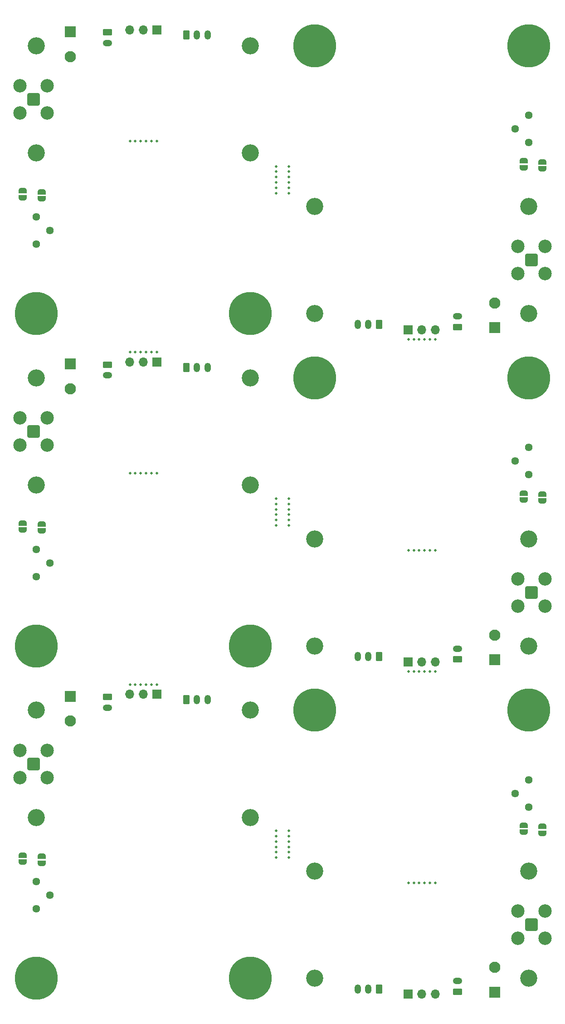
<source format=gbs>
G04 #@! TF.GenerationSoftware,KiCad,Pcbnew,7.0.5-7.0.5~ubuntu22.04.1*
G04 #@! TF.CreationDate,2023-06-19T14:44:07+01:00*
G04 #@! TF.ProjectId,panel,70616e65-6c2e-46b6-9963-61645f706362,v01*
G04 #@! TF.SameCoordinates,Original*
G04 #@! TF.FileFunction,Soldermask,Bot*
G04 #@! TF.FilePolarity,Negative*
%FSLAX46Y46*%
G04 Gerber Fmt 4.6, Leading zero omitted, Abs format (unit mm)*
G04 Created by KiCad (PCBNEW 7.0.5-7.0.5~ubuntu22.04.1) date 2023-06-19 14:44:07*
%MOMM*%
%LPD*%
G01*
G04 APERTURE LIST*
G04 Aperture macros list*
%AMRoundRect*
0 Rectangle with rounded corners*
0 $1 Rounding radius*
0 $2 $3 $4 $5 $6 $7 $8 $9 X,Y pos of 4 corners*
0 Add a 4 corners polygon primitive as box body*
4,1,4,$2,$3,$4,$5,$6,$7,$8,$9,$2,$3,0*
0 Add four circle primitives for the rounded corners*
1,1,$1+$1,$2,$3*
1,1,$1+$1,$4,$5*
1,1,$1+$1,$6,$7*
1,1,$1+$1,$8,$9*
0 Add four rect primitives between the rounded corners*
20,1,$1+$1,$2,$3,$4,$5,0*
20,1,$1+$1,$4,$5,$6,$7,0*
20,1,$1+$1,$6,$7,$8,$9,0*
20,1,$1+$1,$8,$9,$2,$3,0*%
%AMFreePoly0*
4,1,19,0.500000,-0.750000,0.000000,-0.750000,0.000000,-0.744911,-0.071157,-0.744911,-0.207708,-0.704816,-0.327430,-0.627875,-0.420627,-0.520320,-0.479746,-0.390866,-0.500000,-0.250000,-0.500000,0.250000,-0.479746,0.390866,-0.420627,0.520320,-0.327430,0.627875,-0.207708,0.704816,-0.071157,0.744911,0.000000,0.744911,0.000000,0.750000,0.500000,0.750000,0.500000,-0.750000,0.500000,-0.750000,
$1*%
%AMFreePoly1*
4,1,19,0.000000,0.744911,0.071157,0.744911,0.207708,0.704816,0.327430,0.627875,0.420627,0.520320,0.479746,0.390866,0.500000,0.250000,0.500000,-0.250000,0.479746,-0.390866,0.420627,-0.520320,0.327430,-0.627875,0.207708,-0.704816,0.071157,-0.744911,0.000000,-0.744911,0.000000,-0.750000,-0.500000,-0.750000,-0.500000,0.750000,0.000000,0.750000,0.000000,0.744911,0.000000,0.744911,
$1*%
G04 Aperture macros list end*
%ADD10RoundRect,0.200100X0.949900X-0.949900X0.949900X0.949900X-0.949900X0.949900X-0.949900X-0.949900X0*%
%ADD11C,2.500000*%
%ADD12C,3.200000*%
%ADD13C,0.500000*%
%ADD14C,8.000000*%
%ADD15C,1.440000*%
%ADD16RoundRect,0.250001X0.799999X-0.799999X0.799999X0.799999X-0.799999X0.799999X-0.799999X-0.799999X0*%
%ADD17C,2.100000*%
%ADD18R,1.700000X1.700000*%
%ADD19O,1.700000X1.700000*%
%ADD20RoundRect,0.200100X-0.949900X0.949900X-0.949900X-0.949900X0.949900X-0.949900X0.949900X0.949900X0*%
%ADD21RoundRect,0.250000X0.625000X-0.350000X0.625000X0.350000X-0.625000X0.350000X-0.625000X-0.350000X0*%
%ADD22O,1.750000X1.200000*%
%ADD23RoundRect,0.250000X0.350000X0.625000X-0.350000X0.625000X-0.350000X-0.625000X0.350000X-0.625000X0*%
%ADD24O,1.200000X1.750000*%
%ADD25RoundRect,0.250000X-0.350000X-0.625000X0.350000X-0.625000X0.350000X0.625000X-0.350000X0.625000X0*%
%ADD26RoundRect,0.250000X-0.625000X0.350000X-0.625000X-0.350000X0.625000X-0.350000X0.625000X0.350000X0*%
%ADD27RoundRect,0.250001X-0.799999X0.799999X-0.799999X-0.799999X0.799999X-0.799999X0.799999X0.799999X0*%
%ADD28FreePoly0,270.000000*%
%ADD29FreePoly1,270.000000*%
%ADD30FreePoly0,90.000000*%
%ADD31FreePoly1,90.000000*%
G04 APERTURE END LIST*
D10*
G04 #@! TO.C,J5*
X4540000Y-77000000D03*
D11*
X2000000Y-79540000D03*
X7080000Y-79540000D03*
X2000000Y-74460000D03*
X7080000Y-74460000D03*
G04 #@! TD*
D12*
G04 #@! TO.C,H4*
X5000000Y-25000000D03*
G04 #@! TD*
D13*
G04 #@! TO.C,J2*
X97000000Y-69400000D03*
X94400000Y-67000000D03*
D14*
X97000000Y-67000000D03*
D13*
X99400000Y-67000000D03*
X97000000Y-64600000D03*
G04 #@! TD*
G04 #@! TO.C,J1*
X57000000Y-131400000D03*
X54400000Y-129000000D03*
D14*
X57000000Y-129000000D03*
D13*
X59400000Y-129000000D03*
X57000000Y-126600000D03*
G04 #@! TD*
D15*
G04 #@! TO.C,RV1*
X5000000Y-42040000D03*
X7540000Y-39500000D03*
X5000000Y-36960000D03*
G04 #@! TD*
D12*
G04 #@! TO.C,H1*
X97000000Y-117000000D03*
G04 #@! TD*
D13*
G04 #@! TO.C,REF\u002A\u002A*
X79500000Y-99200000D03*
G04 #@! TD*
G04 #@! TO.C,REF\u002A\u002A*
X25500000Y-124200000D03*
G04 #@! TD*
G04 #@! TO.C,REF\u002A\u002A*
X52200000Y-155500000D03*
G04 #@! TD*
G04 #@! TO.C,J2*
X5000000Y-52600000D03*
X7600000Y-55000000D03*
D14*
X5000000Y-55000000D03*
D13*
X2600000Y-55000000D03*
X5000000Y-57400000D03*
G04 #@! TD*
D12*
G04 #@! TO.C,H3*
X45000000Y-149000000D03*
G04 #@! TD*
D13*
G04 #@! TO.C,REF\u002A\u002A*
X74500000Y-121800000D03*
G04 #@! TD*
G04 #@! TO.C,REF\u002A\u002A*
X78500000Y-121800000D03*
G04 #@! TD*
G04 #@! TO.C,REF\u002A\u002A*
X25500000Y-22800000D03*
G04 #@! TD*
G04 #@! TO.C,REF\u002A\u002A*
X49800000Y-90500000D03*
G04 #@! TD*
D16*
G04 #@! TO.C,J4*
X90600000Y-57600001D03*
D17*
X90600000Y-53000001D03*
G04 #@! TD*
D13*
G04 #@! TO.C,REF\u002A\u002A*
X76500000Y-121800000D03*
G04 #@! TD*
G04 #@! TO.C,REF\u002A\u002A*
X22500000Y-62200000D03*
G04 #@! TD*
D12*
G04 #@! TO.C,H3*
X57000000Y-159000000D03*
G04 #@! TD*
D13*
G04 #@! TO.C,REF\u002A\u002A*
X75500000Y-161200000D03*
G04 #@! TD*
G04 #@! TO.C,REF\u002A\u002A*
X75500000Y-59800000D03*
G04 #@! TD*
D12*
G04 #@! TO.C,H3*
X57000000Y-97000000D03*
G04 #@! TD*
G04 #@! TO.C,H1*
X97000000Y-179000000D03*
G04 #@! TD*
D13*
G04 #@! TO.C,REF\u002A\u002A*
X74500000Y-59800000D03*
G04 #@! TD*
G04 #@! TO.C,REF\u002A\u002A*
X52200000Y-89500000D03*
G04 #@! TD*
D12*
G04 #@! TO.C,H4*
X5000000Y-87000000D03*
G04 #@! TD*
D13*
G04 #@! TO.C,REF\u002A\u002A*
X49800000Y-89500000D03*
G04 #@! TD*
D18*
G04 #@! TO.C,J3*
X27540000Y-126025000D03*
D19*
X25000000Y-126025000D03*
X22460000Y-126025000D03*
G04 #@! TD*
D12*
G04 #@! TO.C,H1*
X97000000Y-55000000D03*
G04 #@! TD*
D13*
G04 #@! TO.C,REF\u002A\u002A*
X49800000Y-154500000D03*
G04 #@! TD*
G04 #@! TO.C,REF\u002A\u002A*
X52200000Y-92500000D03*
G04 #@! TD*
D18*
G04 #@! TO.C,J3*
X74460000Y-119975000D03*
D19*
X77000000Y-119975000D03*
X79540000Y-119975000D03*
G04 #@! TD*
D13*
G04 #@! TO.C,REF\u002A\u002A*
X77500000Y-99200000D03*
G04 #@! TD*
D12*
G04 #@! TO.C,H3*
X45000000Y-87000000D03*
G04 #@! TD*
D13*
G04 #@! TO.C,REF\u002A\u002A*
X76500000Y-59800000D03*
G04 #@! TD*
D15*
G04 #@! TO.C,RV1*
X97000000Y-79960000D03*
X94460000Y-82500000D03*
X97000000Y-85040000D03*
G04 #@! TD*
D13*
G04 #@! TO.C,REF\u002A\u002A*
X27500000Y-124200000D03*
G04 #@! TD*
G04 #@! TO.C,REF\u002A\u002A*
X76500000Y-99200000D03*
G04 #@! TD*
D20*
G04 #@! TO.C,J5*
X97460000Y-45000000D03*
D11*
X100000000Y-42460000D03*
X94920000Y-42460000D03*
X100000000Y-47540000D03*
X94920000Y-47540000D03*
G04 #@! TD*
D13*
G04 #@! TO.C,REF\u002A\u002A*
X24500000Y-124200000D03*
G04 #@! TD*
G04 #@! TO.C,J2*
X97000000Y-7400000D03*
X94400000Y-5000000D03*
D14*
X97000000Y-5000000D03*
D13*
X99400000Y-5000000D03*
X97000000Y-2600000D03*
G04 #@! TD*
G04 #@! TO.C,REF\u002A\u002A*
X52200000Y-94500000D03*
G04 #@! TD*
D12*
G04 #@! TO.C,H3*
X57000000Y-35000000D03*
G04 #@! TD*
D21*
G04 #@! TO.C,J6*
X83700000Y-57500000D03*
D22*
X83700000Y-55500000D03*
G04 #@! TD*
D13*
G04 #@! TO.C,REF\u002A\u002A*
X26500000Y-84800000D03*
G04 #@! TD*
D23*
G04 #@! TO.C,J7*
X69000000Y-181000000D03*
D24*
X67000000Y-181000000D03*
X65000000Y-181000000D03*
G04 #@! TD*
D13*
G04 #@! TO.C,REF\u002A\u002A*
X27500000Y-62200000D03*
G04 #@! TD*
G04 #@! TO.C,REF\u002A\u002A*
X52200000Y-31500000D03*
G04 #@! TD*
G04 #@! TO.C,J1*
X57000000Y-69400000D03*
X54400000Y-67000000D03*
D14*
X57000000Y-67000000D03*
D13*
X59400000Y-67000000D03*
X57000000Y-64600000D03*
G04 #@! TD*
D12*
G04 #@! TO.C,H4*
X97000000Y-159000000D03*
G04 #@! TD*
G04 #@! TO.C,H4*
X5000000Y-149000000D03*
G04 #@! TD*
D13*
G04 #@! TO.C,REF\u002A\u002A*
X49800000Y-92500000D03*
G04 #@! TD*
G04 #@! TO.C,REF\u002A\u002A*
X77500000Y-121800000D03*
G04 #@! TD*
G04 #@! TO.C,REF\u002A\u002A*
X49800000Y-93500000D03*
G04 #@! TD*
D21*
G04 #@! TO.C,J6*
X83700000Y-181500000D03*
D22*
X83700000Y-179500000D03*
G04 #@! TD*
D13*
G04 #@! TO.C,REF\u002A\u002A*
X74500000Y-99200000D03*
G04 #@! TD*
G04 #@! TO.C,REF\u002A\u002A*
X52200000Y-29500000D03*
G04 #@! TD*
G04 #@! TO.C,REF\u002A\u002A*
X23500000Y-124200000D03*
G04 #@! TD*
D23*
G04 #@! TO.C,J7*
X69000000Y-57000000D03*
D24*
X67000000Y-57000000D03*
X65000000Y-57000000D03*
G04 #@! TD*
D12*
G04 #@! TO.C,H2*
X45000000Y-129000000D03*
G04 #@! TD*
D13*
G04 #@! TO.C,REF\u002A\u002A*
X49800000Y-31500000D03*
G04 #@! TD*
G04 #@! TO.C,J2*
X5000000Y-114600000D03*
X7600000Y-117000000D03*
D14*
X5000000Y-117000000D03*
D13*
X2600000Y-117000000D03*
X5000000Y-119400000D03*
G04 #@! TD*
G04 #@! TO.C,REF\u002A\u002A*
X52200000Y-90500000D03*
G04 #@! TD*
G04 #@! TO.C,REF\u002A\u002A*
X52200000Y-91500000D03*
G04 #@! TD*
D12*
G04 #@! TO.C,H1*
X5000000Y-5000000D03*
G04 #@! TD*
G04 #@! TO.C,H2*
X45000000Y-5000000D03*
G04 #@! TD*
D18*
G04 #@! TO.C,J3*
X27540000Y-2025000D03*
D19*
X25000000Y-2025000D03*
X22460000Y-2025000D03*
G04 #@! TD*
D13*
G04 #@! TO.C,REF\u002A\u002A*
X49800000Y-30500000D03*
G04 #@! TD*
G04 #@! TO.C,J1*
X45000000Y-114600000D03*
X47600000Y-117000000D03*
D14*
X45000000Y-117000000D03*
D13*
X42600000Y-117000000D03*
X45000000Y-119400000D03*
G04 #@! TD*
D21*
G04 #@! TO.C,J6*
X83700000Y-119500000D03*
D22*
X83700000Y-117500000D03*
G04 #@! TD*
D16*
G04 #@! TO.C,J4*
X90600000Y-119600001D03*
D17*
X90600000Y-115000001D03*
G04 #@! TD*
D13*
G04 #@! TO.C,REF\u002A\u002A*
X26500000Y-124200000D03*
G04 #@! TD*
G04 #@! TO.C,J1*
X57000000Y-7400000D03*
X54400000Y-5000000D03*
D14*
X57000000Y-5000000D03*
D13*
X59400000Y-5000000D03*
X57000000Y-2600000D03*
G04 #@! TD*
D12*
G04 #@! TO.C,H2*
X57000000Y-179000000D03*
G04 #@! TD*
D13*
G04 #@! TO.C,REF\u002A\u002A*
X78500000Y-59800000D03*
G04 #@! TD*
D25*
G04 #@! TO.C,J7*
X33000000Y-65000000D03*
D24*
X35000000Y-65000000D03*
X37000000Y-65000000D03*
G04 #@! TD*
D13*
G04 #@! TO.C,REF\u002A\u002A*
X52200000Y-27500000D03*
G04 #@! TD*
G04 #@! TO.C,REF\u002A\u002A*
X49800000Y-32500000D03*
G04 #@! TD*
D12*
G04 #@! TO.C,H2*
X57000000Y-117000000D03*
G04 #@! TD*
D13*
G04 #@! TO.C,REF\u002A\u002A*
X52200000Y-32500000D03*
G04 #@! TD*
G04 #@! TO.C,REF\u002A\u002A*
X25500000Y-84800000D03*
G04 #@! TD*
G04 #@! TO.C,REF\u002A\u002A*
X52200000Y-154500000D03*
G04 #@! TD*
D12*
G04 #@! TO.C,H1*
X5000000Y-67000000D03*
G04 #@! TD*
D13*
G04 #@! TO.C,REF\u002A\u002A*
X49800000Y-151500000D03*
G04 #@! TD*
G04 #@! TO.C,REF\u002A\u002A*
X25500000Y-62200000D03*
G04 #@! TD*
D26*
G04 #@! TO.C,J6*
X18300000Y-64500000D03*
D22*
X18300000Y-66500000D03*
G04 #@! TD*
D12*
G04 #@! TO.C,H4*
X97000000Y-35000000D03*
G04 #@! TD*
D27*
G04 #@! TO.C,J4*
X11400000Y-126399999D03*
D17*
X11400000Y-130999999D03*
G04 #@! TD*
D13*
G04 #@! TO.C,REF\u002A\u002A*
X49800000Y-156500000D03*
G04 #@! TD*
D18*
G04 #@! TO.C,J3*
X74460000Y-181975000D03*
D19*
X77000000Y-181975000D03*
X79540000Y-181975000D03*
G04 #@! TD*
D13*
G04 #@! TO.C,REF\u002A\u002A*
X49800000Y-94500000D03*
G04 #@! TD*
G04 #@! TO.C,J2*
X97000000Y-131400000D03*
X94400000Y-129000000D03*
D14*
X97000000Y-129000000D03*
D13*
X99400000Y-129000000D03*
X97000000Y-126600000D03*
G04 #@! TD*
G04 #@! TO.C,REF\u002A\u002A*
X52200000Y-30500000D03*
G04 #@! TD*
G04 #@! TO.C,REF\u002A\u002A*
X22500000Y-22800000D03*
G04 #@! TD*
G04 #@! TO.C,REF\u002A\u002A*
X79500000Y-161200000D03*
G04 #@! TD*
D25*
G04 #@! TO.C,J7*
X33000000Y-3000000D03*
D24*
X35000000Y-3000000D03*
X37000000Y-3000000D03*
G04 #@! TD*
D13*
G04 #@! TO.C,REF\u002A\u002A*
X23500000Y-22800000D03*
G04 #@! TD*
G04 #@! TO.C,REF\u002A\u002A*
X49800000Y-153500000D03*
G04 #@! TD*
G04 #@! TO.C,REF\u002A\u002A*
X76500000Y-161200000D03*
G04 #@! TD*
D12*
G04 #@! TO.C,H2*
X45000000Y-67000000D03*
G04 #@! TD*
D13*
G04 #@! TO.C,REF\u002A\u002A*
X75500000Y-99200000D03*
G04 #@! TD*
G04 #@! TO.C,REF\u002A\u002A*
X75500000Y-121800000D03*
G04 #@! TD*
D15*
G04 #@! TO.C,RV1*
X97000000Y-141960000D03*
X94460000Y-144500000D03*
X97000000Y-147040000D03*
G04 #@! TD*
D13*
G04 #@! TO.C,REF\u002A\u002A*
X78500000Y-161200000D03*
G04 #@! TD*
D26*
G04 #@! TO.C,J6*
X18300000Y-126500000D03*
D22*
X18300000Y-128500000D03*
G04 #@! TD*
D13*
G04 #@! TO.C,REF\u002A\u002A*
X77500000Y-59800000D03*
G04 #@! TD*
G04 #@! TO.C,REF\u002A\u002A*
X24500000Y-62200000D03*
G04 #@! TD*
G04 #@! TO.C,REF\u002A\u002A*
X77500000Y-161200000D03*
G04 #@! TD*
G04 #@! TO.C,REF\u002A\u002A*
X52200000Y-152500000D03*
G04 #@! TD*
G04 #@! TO.C,REF\u002A\u002A*
X79500000Y-121800000D03*
G04 #@! TD*
D18*
G04 #@! TO.C,J3*
X74460000Y-57975000D03*
D19*
X77000000Y-57975000D03*
X79540000Y-57975000D03*
G04 #@! TD*
D13*
G04 #@! TO.C,J2*
X5000000Y-176600000D03*
X7600000Y-179000000D03*
D14*
X5000000Y-179000000D03*
D13*
X2600000Y-179000000D03*
X5000000Y-181400000D03*
G04 #@! TD*
G04 #@! TO.C,REF\u002A\u002A*
X78500000Y-99200000D03*
G04 #@! TD*
D20*
G04 #@! TO.C,J5*
X97460000Y-107000000D03*
D11*
X100000000Y-104460000D03*
X94920000Y-104460000D03*
X100000000Y-109540000D03*
X94920000Y-109540000D03*
G04 #@! TD*
D10*
G04 #@! TO.C,J5*
X4540000Y-15000000D03*
D11*
X2000000Y-17540000D03*
X7080000Y-17540000D03*
X2000000Y-12460000D03*
X7080000Y-12460000D03*
G04 #@! TD*
D10*
G04 #@! TO.C,J5*
X4540000Y-139000000D03*
D11*
X2000000Y-141540000D03*
X7080000Y-141540000D03*
X2000000Y-136460000D03*
X7080000Y-136460000D03*
G04 #@! TD*
D12*
G04 #@! TO.C,H4*
X97000000Y-97000000D03*
G04 #@! TD*
D13*
G04 #@! TO.C,REF\u002A\u002A*
X49800000Y-28500000D03*
G04 #@! TD*
D18*
G04 #@! TO.C,J3*
X27540000Y-64025000D03*
D19*
X25000000Y-64025000D03*
X22460000Y-64025000D03*
G04 #@! TD*
D12*
G04 #@! TO.C,H1*
X5000000Y-129000000D03*
G04 #@! TD*
D13*
G04 #@! TO.C,REF\u002A\u002A*
X79500000Y-59800000D03*
G04 #@! TD*
D12*
G04 #@! TO.C,H2*
X57000000Y-55000000D03*
G04 #@! TD*
D13*
G04 #@! TO.C,REF\u002A\u002A*
X52200000Y-93500000D03*
G04 #@! TD*
G04 #@! TO.C,J1*
X45000000Y-52600000D03*
X47600000Y-55000000D03*
D14*
X45000000Y-55000000D03*
D13*
X42600000Y-55000000D03*
X45000000Y-57400000D03*
G04 #@! TD*
G04 #@! TO.C,REF\u002A\u002A*
X24500000Y-22800000D03*
G04 #@! TD*
G04 #@! TO.C,REF\u002A\u002A*
X49800000Y-27500000D03*
G04 #@! TD*
D15*
G04 #@! TO.C,RV1*
X97000000Y-17960000D03*
X94460000Y-20500000D03*
X97000000Y-23040000D03*
G04 #@! TD*
D25*
G04 #@! TO.C,J7*
X33000000Y-127000000D03*
D24*
X35000000Y-127000000D03*
X37000000Y-127000000D03*
G04 #@! TD*
D13*
G04 #@! TO.C,REF\u002A\u002A*
X52200000Y-153500000D03*
G04 #@! TD*
G04 #@! TO.C,REF\u002A\u002A*
X52200000Y-151500000D03*
G04 #@! TD*
G04 #@! TO.C,REF\u002A\u002A*
X26500000Y-62200000D03*
G04 #@! TD*
G04 #@! TO.C,REF\u002A\u002A*
X24500000Y-84800000D03*
G04 #@! TD*
G04 #@! TO.C,REF\u002A\u002A*
X26500000Y-22800000D03*
G04 #@! TD*
G04 #@! TO.C,REF\u002A\u002A*
X22500000Y-124200000D03*
G04 #@! TD*
G04 #@! TO.C,REF\u002A\u002A*
X23500000Y-84800000D03*
G04 #@! TD*
G04 #@! TO.C,REF\u002A\u002A*
X52200000Y-28500000D03*
G04 #@! TD*
G04 #@! TO.C,REF\u002A\u002A*
X49800000Y-152500000D03*
G04 #@! TD*
D15*
G04 #@! TO.C,RV1*
X5000000Y-104040000D03*
X7540000Y-101500000D03*
X5000000Y-98960000D03*
G04 #@! TD*
D13*
G04 #@! TO.C,J1*
X45000000Y-176600000D03*
X47600000Y-179000000D03*
D14*
X45000000Y-179000000D03*
D13*
X42600000Y-179000000D03*
X45000000Y-181400000D03*
G04 #@! TD*
G04 #@! TO.C,REF\u002A\u002A*
X49800000Y-155500000D03*
G04 #@! TD*
D27*
G04 #@! TO.C,J4*
X11400000Y-2399999D03*
D17*
X11400000Y-6999999D03*
G04 #@! TD*
D13*
G04 #@! TO.C,REF\u002A\u002A*
X27500000Y-84800000D03*
G04 #@! TD*
D26*
G04 #@! TO.C,J6*
X18300000Y-2500000D03*
D22*
X18300000Y-4500000D03*
G04 #@! TD*
D15*
G04 #@! TO.C,RV1*
X5000000Y-166040000D03*
X7540000Y-163500000D03*
X5000000Y-160960000D03*
G04 #@! TD*
D12*
G04 #@! TO.C,H3*
X45000000Y-25000000D03*
G04 #@! TD*
D20*
G04 #@! TO.C,J5*
X97460000Y-169000000D03*
D11*
X100000000Y-166460000D03*
X94920000Y-166460000D03*
X100000000Y-171540000D03*
X94920000Y-171540000D03*
G04 #@! TD*
D27*
G04 #@! TO.C,J4*
X11400000Y-64399999D03*
D17*
X11400000Y-68999999D03*
G04 #@! TD*
D13*
G04 #@! TO.C,REF\u002A\u002A*
X49800000Y-91500000D03*
G04 #@! TD*
G04 #@! TO.C,REF\u002A\u002A*
X27500000Y-22800000D03*
G04 #@! TD*
G04 #@! TO.C,REF\u002A\u002A*
X49800000Y-29500000D03*
G04 #@! TD*
D23*
G04 #@! TO.C,J7*
X69000000Y-119000000D03*
D24*
X67000000Y-119000000D03*
X65000000Y-119000000D03*
G04 #@! TD*
D13*
G04 #@! TO.C,REF\u002A\u002A*
X23500000Y-62200000D03*
G04 #@! TD*
G04 #@! TO.C,REF\u002A\u002A*
X22500000Y-84800000D03*
G04 #@! TD*
D16*
G04 #@! TO.C,J4*
X90600000Y-181600001D03*
D17*
X90600000Y-177000001D03*
G04 #@! TD*
D13*
G04 #@! TO.C,REF\u002A\u002A*
X74500000Y-161200000D03*
G04 #@! TD*
G04 #@! TO.C,REF\u002A\u002A*
X52200000Y-156500000D03*
G04 #@! TD*
D28*
G04 #@! TO.C,JP4*
X6000000Y-156240000D03*
D29*
X6000000Y-157540000D03*
G04 #@! TD*
D30*
G04 #@! TO.C,JP4*
X96000000Y-27760000D03*
D31*
X96000000Y-26460000D03*
G04 #@! TD*
D28*
G04 #@! TO.C,JP3*
X99500000Y-26660000D03*
D29*
X99500000Y-27960000D03*
G04 #@! TD*
D30*
G04 #@! TO.C,JP4*
X96000000Y-89760000D03*
D31*
X96000000Y-88460000D03*
G04 #@! TD*
D28*
G04 #@! TO.C,JP4*
X6000000Y-94240000D03*
D29*
X6000000Y-95540000D03*
G04 #@! TD*
D28*
G04 #@! TO.C,JP3*
X99500000Y-88660000D03*
D29*
X99500000Y-89960000D03*
G04 #@! TD*
D28*
G04 #@! TO.C,JP3*
X99500000Y-150660000D03*
D29*
X99500000Y-151960000D03*
G04 #@! TD*
D28*
G04 #@! TO.C,JP4*
X6000000Y-32240000D03*
D29*
X6000000Y-33540000D03*
G04 #@! TD*
D30*
G04 #@! TO.C,JP3*
X2500000Y-95340000D03*
D31*
X2500000Y-94040000D03*
G04 #@! TD*
D30*
G04 #@! TO.C,JP3*
X2500000Y-33340000D03*
D31*
X2500000Y-32040000D03*
G04 #@! TD*
D30*
G04 #@! TO.C,JP4*
X96000000Y-151760000D03*
D31*
X96000000Y-150460000D03*
G04 #@! TD*
D30*
G04 #@! TO.C,JP3*
X2500000Y-157340000D03*
D31*
X2500000Y-156040000D03*
G04 #@! TD*
M02*

</source>
